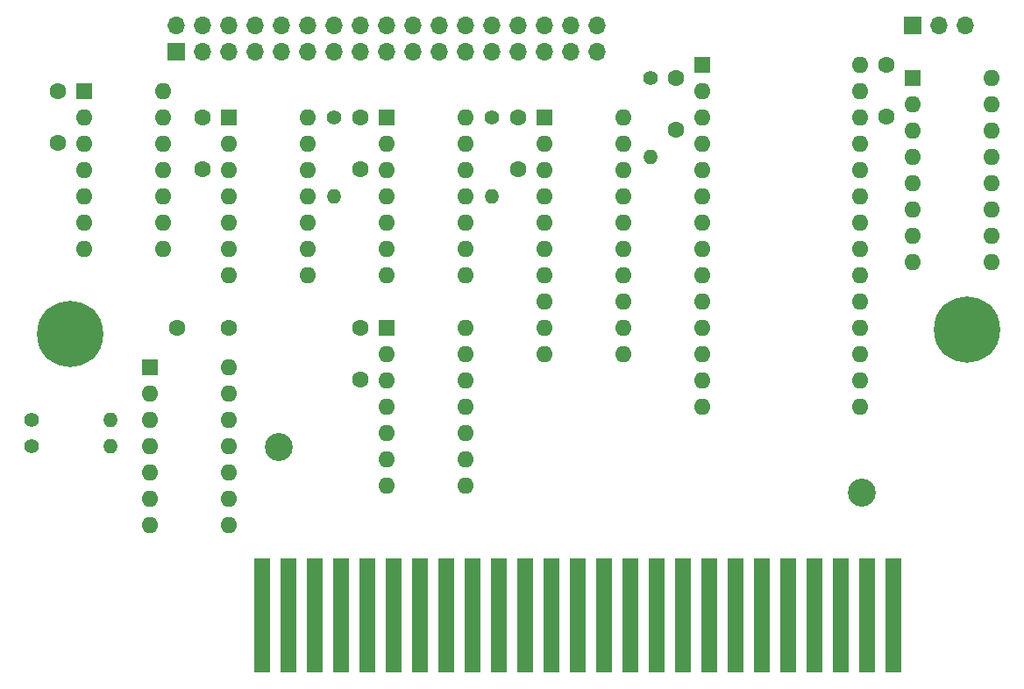
<source format=gbr>
%TF.GenerationSoftware,KiCad,Pcbnew,7.0.9*%
%TF.CreationDate,2024-01-18T21:39:17-03:00*%
%TF.ProjectId,HB3600-Cart,48423336-3030-42d4-9361-72742e6b6963,V1.0*%
%TF.SameCoordinates,Original*%
%TF.FileFunction,Soldermask,Bot*%
%TF.FilePolarity,Negative*%
%FSLAX46Y46*%
G04 Gerber Fmt 4.6, Leading zero omitted, Abs format (unit mm)*
G04 Created by KiCad (PCBNEW 7.0.9) date 2024-01-18 21:39:17*
%MOMM*%
%LPD*%
G01*
G04 APERTURE LIST*
%ADD10R,1.500000X11.000000*%
%ADD11C,1.600000*%
%ADD12C,1.400000*%
%ADD13O,1.400000X1.400000*%
%ADD14R,1.600000X1.600000*%
%ADD15O,1.600000X1.600000*%
%ADD16C,2.700000*%
%ADD17R,1.700000X1.700000*%
%ADD18O,1.700000X1.700000*%
%ADD19C,6.400000*%
G04 APERTURE END LIST*
D10*
%TO.C,P1*%
X213465600Y-147798000D03*
X210925600Y-147798000D03*
X208385600Y-147798000D03*
X205845600Y-147798000D03*
X203305600Y-147798000D03*
X200765600Y-147798000D03*
X198225600Y-147798000D03*
X195685600Y-147798000D03*
X193145600Y-147798000D03*
X190605600Y-147798000D03*
X188065600Y-147798000D03*
X185525600Y-147798000D03*
X182985600Y-147798000D03*
X180445600Y-147798000D03*
X177905600Y-147798000D03*
X175365600Y-147798000D03*
X172825600Y-147798000D03*
X170285600Y-147798000D03*
X167745600Y-147798000D03*
X165205600Y-147798000D03*
X162665600Y-147798000D03*
X160125600Y-147798000D03*
X157585600Y-147798000D03*
X155045600Y-147798000D03*
X152505600Y-147798000D03*
%TD*%
D11*
%TO.C,C5*%
X192459800Y-95880400D03*
X192459800Y-100880400D03*
%TD*%
D12*
%TO.C,R4*%
X130223450Y-128894050D03*
D13*
X137843450Y-128894050D03*
%TD*%
D14*
%TO.C,U7*%
X141659800Y-123820400D03*
D15*
X141659800Y-126360400D03*
X141659800Y-128900400D03*
X141659800Y-131440400D03*
X141659800Y-133980400D03*
X141659800Y-136520400D03*
X141659800Y-139060400D03*
X149279800Y-139060400D03*
X149279800Y-136520400D03*
X149279800Y-133980400D03*
X149279800Y-131440400D03*
X149279800Y-128900400D03*
X149279800Y-126360400D03*
X149279800Y-123820400D03*
%TD*%
D14*
%TO.C,U5*%
X194999800Y-94610400D03*
D15*
X194999800Y-97150400D03*
X194999800Y-99690400D03*
X194999800Y-102230400D03*
X194999800Y-104770400D03*
X194999800Y-107310400D03*
X194999800Y-109850400D03*
X194999800Y-112390400D03*
X194999800Y-114930400D03*
X194999800Y-117470400D03*
X194999800Y-120010400D03*
X194999800Y-122550400D03*
X194999800Y-125090400D03*
X194999800Y-127630400D03*
X210239800Y-127630400D03*
X210239800Y-125090400D03*
X210239800Y-122550400D03*
X210239800Y-120010400D03*
X210239800Y-117470400D03*
X210239800Y-114930400D03*
X210239800Y-112390400D03*
X210239800Y-109850400D03*
X210239800Y-107310400D03*
X210239800Y-104770400D03*
X210239800Y-102230400D03*
X210239800Y-99690400D03*
X210239800Y-97150400D03*
X210239800Y-94610400D03*
%TD*%
D12*
%TO.C,R1*%
X159439800Y-99690400D03*
D13*
X159439800Y-107310400D03*
%TD*%
D14*
%TO.C,U3*%
X164519800Y-99665000D03*
D15*
X164519800Y-102205000D03*
X164519800Y-104745000D03*
X164519800Y-107285000D03*
X164519800Y-109825000D03*
X164519800Y-112365000D03*
X164519800Y-114905000D03*
X172139800Y-114905000D03*
X172139800Y-112365000D03*
X172139800Y-109825000D03*
X172139800Y-107285000D03*
X172139800Y-104745000D03*
X172139800Y-102205000D03*
X172139800Y-99665000D03*
%TD*%
D11*
%TO.C,C2*%
X146739800Y-99690400D03*
X146739800Y-104690400D03*
%TD*%
%TO.C,C7*%
X149239800Y-120010400D03*
X144239800Y-120010400D03*
%TD*%
D12*
%TO.C,R3*%
X189970600Y-95880400D03*
D13*
X189970600Y-103500400D03*
%TD*%
D16*
%TO.C,HOLE3*%
X210385850Y-135929850D03*
%TD*%
D12*
%TO.C,R5*%
X130229800Y-131465800D03*
D13*
X137849800Y-131465800D03*
%TD*%
D14*
%TO.C,U1*%
X135309800Y-97150400D03*
D15*
X135309800Y-99690400D03*
X135309800Y-102230400D03*
X135309800Y-104770400D03*
X135309800Y-107310400D03*
X135309800Y-109850400D03*
X135309800Y-112390400D03*
X142929800Y-112390400D03*
X142929800Y-109850400D03*
X142929800Y-107310400D03*
X142929800Y-104770400D03*
X142929800Y-102230400D03*
X142929800Y-99690400D03*
X142929800Y-97150400D03*
%TD*%
D11*
%TO.C,C1*%
X132769800Y-97139600D03*
X132769800Y-102139600D03*
%TD*%
D14*
%TO.C,U4*%
X179759800Y-99690400D03*
D15*
X179759800Y-102230400D03*
X179759800Y-104770400D03*
X179759800Y-107310400D03*
X179759800Y-109850400D03*
X179759800Y-112390400D03*
X179759800Y-114930400D03*
X179759800Y-117470400D03*
X179759800Y-120010400D03*
X179759800Y-122550400D03*
X187379800Y-122550400D03*
X187379800Y-120010400D03*
X187379800Y-117470400D03*
X187379800Y-114930400D03*
X187379800Y-112390400D03*
X187379800Y-109850400D03*
X187379800Y-107310400D03*
X187379800Y-104770400D03*
X187379800Y-102230400D03*
X187379800Y-99690400D03*
%TD*%
D12*
%TO.C,R2*%
X174679800Y-99690400D03*
D13*
X174679800Y-107310400D03*
%TD*%
D17*
%TO.C,J1*%
X144199800Y-93340400D03*
D18*
X144199800Y-90800400D03*
X146739800Y-93340400D03*
X146739800Y-90800400D03*
X149279800Y-93340400D03*
X149279800Y-90800400D03*
X151819800Y-93340400D03*
X151819800Y-90800400D03*
X154359800Y-93340400D03*
X154359800Y-90800400D03*
X156899800Y-93340400D03*
X156899800Y-90800400D03*
X159439800Y-93340400D03*
X159439800Y-90800400D03*
X161979800Y-93340400D03*
X161979800Y-90800400D03*
X164519800Y-93340400D03*
X164519800Y-90800400D03*
X167059800Y-93340400D03*
X167059800Y-90800400D03*
X169599800Y-93340400D03*
X169599800Y-90800400D03*
X172139800Y-93340400D03*
X172139800Y-90800400D03*
X174679800Y-93340400D03*
X174679800Y-90800400D03*
X177219800Y-93340400D03*
X177219800Y-90800400D03*
X179759800Y-93340400D03*
X179759800Y-90800400D03*
X182299800Y-93340400D03*
X182299800Y-90800400D03*
X184839800Y-93340400D03*
X184839800Y-90800400D03*
%TD*%
D14*
%TO.C,U2*%
X149279800Y-99690400D03*
D15*
X149279800Y-102230400D03*
X149279800Y-104770400D03*
X149279800Y-107310400D03*
X149279800Y-109850400D03*
X149279800Y-112390400D03*
X149279800Y-114930400D03*
X156899800Y-114930400D03*
X156899800Y-112390400D03*
X156899800Y-109850400D03*
X156899800Y-107310400D03*
X156899800Y-104770400D03*
X156899800Y-102230400D03*
X156899800Y-99690400D03*
%TD*%
D16*
%TO.C,HOLE2*%
X154105800Y-131516600D03*
%TD*%
D14*
%TO.C,U6*%
X215319800Y-95880400D03*
D15*
X215319800Y-98420400D03*
X215319800Y-100960400D03*
X215319800Y-103500400D03*
X215319800Y-106040400D03*
X215319800Y-108580400D03*
X215319800Y-111120400D03*
X215319800Y-113660400D03*
X222939800Y-113660400D03*
X222939800Y-111120400D03*
X222939800Y-108580400D03*
X222939800Y-106040400D03*
X222939800Y-103500400D03*
X222939800Y-100960400D03*
X222939800Y-98420400D03*
X222939800Y-95880400D03*
%TD*%
D11*
%TO.C,C6*%
X212779800Y-94610400D03*
X212779800Y-99610400D03*
%TD*%
%TO.C,C4*%
X177215800Y-99690400D03*
X177215800Y-104690400D03*
%TD*%
D14*
%TO.C,U8*%
X164513450Y-119978650D03*
D15*
X164513450Y-122518650D03*
X164513450Y-125058650D03*
X164513450Y-127598650D03*
X164513450Y-130138650D03*
X164513450Y-132678650D03*
X164513450Y-135218650D03*
X172133450Y-135218650D03*
X172133450Y-132678650D03*
X172133450Y-130138650D03*
X172133450Y-127598650D03*
X172133450Y-125058650D03*
X172133450Y-122518650D03*
X172133450Y-119978650D03*
%TD*%
D17*
%TO.C,J2*%
X215313450Y-90794050D03*
D18*
X217853450Y-90794050D03*
X220393450Y-90794050D03*
%TD*%
D11*
%TO.C,C3*%
X161979800Y-99665000D03*
X161979800Y-104665000D03*
%TD*%
D19*
%TO.C,HOLE1*%
X133963600Y-120594600D03*
%TD*%
D11*
%TO.C,C8*%
X161973450Y-120004050D03*
X161973450Y-125004050D03*
%TD*%
D19*
%TO.C,HOLE4*%
X220545850Y-120207250D03*
%TD*%
M02*

</source>
